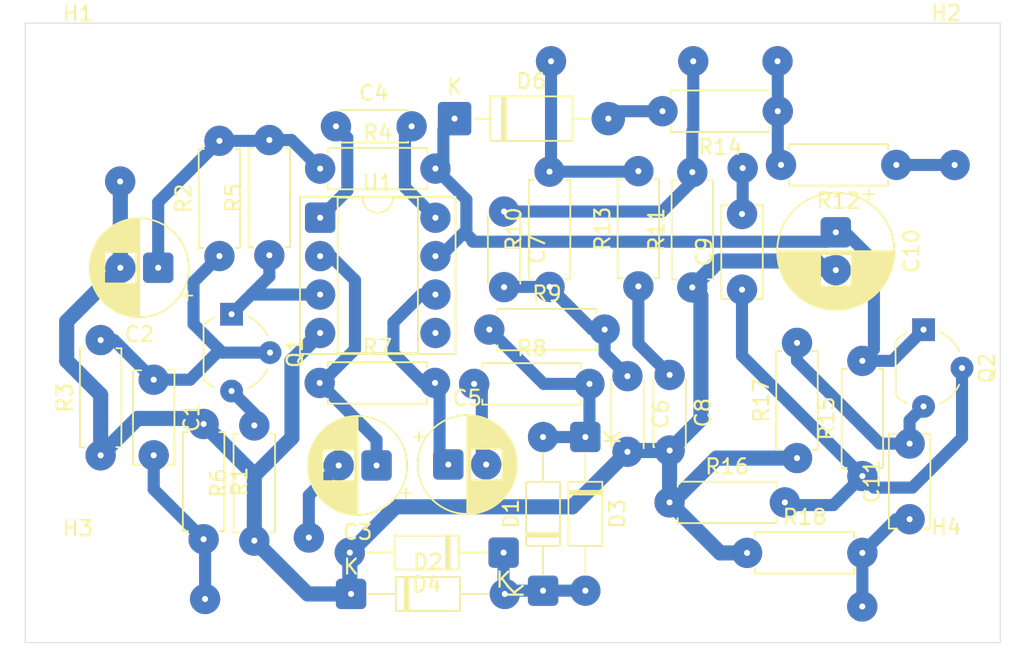
<source format=kicad_pcb>
(kicad_pcb (version 20241229) (generator "pcbnew") (generator_version "9.0")
  (layers (0 "F.Cu" signal) (2 "B.Cu" signal) (13 "F.Paste" user) (15 "B.Paste" user) (5 "F.SilkS" user "F.Silkscreen") (7 "B.SilkS" user "B.Silkscreen") (1 "F.Mask" user) (3 "B.Mask" user) (25 "Edge.Cuts" user))
  (net 0 "")
  (net 1 "Net-(SW1A-C)")
  (net 2 "Net-(Q1-B)")
  (net 3 "Net-(C2-Pad1)")
  (net 4 "GND")
  (net 5 "Net-(C3-Pad2)")
  (net 7 "Net-(U1--)")
  (net 8 "Net-(U1-COMP1)")
  (net 9 "Net-(U1-COMP2)")
  (net 10 "Net-(C5-Pad2)")
  (net 11 "Net-(C6-Pad1)")
  (net 12 "Net-(C7-Pad1)")
  (net 13 "Net-(C8-Pad1)")
  (net 14 "Net-(Q2-B)")
  (net 15 "Net-(C9-Pad2)")
  (net 16 "Net-(Q2-E)")
  (net 17 "Net-(SW1B-C)")
  (net 18 "Net-(D1-K)")
  (net 19 "Net-(D1-A)")
  (net 20 "Net-(D6-A)")
  (net 21 "Net-(Q1-C)")
  (net 22 "Net-(Q1-E)")
  (net 23 "+9V")
  (net 24 "Net-(SW1C-C)")
  (net 25 "Net-(R10-Pad2)")
  (net 26 "Net-(C5-Pad1)")
  (net 27 "Net-(D6-K)")
  (footprint "Capacitor_THT:CP_Radial_D7.5mm_P2.50mm" (layer "F.Cu") (at 93.746738 91.068361 -90)
    (property "Reference" "C10" (at 1.25 -5 90) (layer "F.SilkS"))
    (property "Value" "16v220u")
    (pad "1" thru_hole roundrect (at 0 0 270) (size 2 2) (drill 0.4) (layers "*.Cu" "*.Mask") (roundrect_rratio 0.15625) (net 27 "Net-(D6-K)"))
    (pad "2" thru_hole circle (at 2.5 0 270) (size 2 2) (drill 0.4) (layers "*.Cu" "*.Mask") (net 4 "GND"))
  )
  (footprint "Diode_THT:D_DO-35_SOD27_P10.16mm_Horizontal" (layer "F.Cu") (at 77.199125 104.605898 -90)
    (property "Reference" "D3" (at 5.08 -2.12 90) (layer "F.SilkS"))
    (property "Value" "1N4148WT")
    (fp_text user "K" (at 0 -1.8 90) (layer "F.SilkS"))
    (pad "1" thru_hole roundrect (at 0 0 270) (size 2 2) (drill 0.4) (layers "*.Cu" "*.Mask") (roundrect_rratio 0.15625) (net 19 "Net-(D1-A)"))
    (pad "2" thru_hole circle (at 10.16 0 270) (size 2 2) (drill 0.4) (layers "*.Cu" "*.Mask") (net 18 "Net-(D1-K)"))
  )
  (footprint "Resistor_THT:R_Axial_DIN0207_L6.3mm_D2.5mm_P7.62mm_Horizontal" (layer "F.Cu") (at 59.645114 101.027455)
    (property "Reference" "R7" (at 3.81 -2.37 0) (layer "F.SilkS"))
    (property "Value" "150k")
    (pad "1" thru_hole circle (at 0 0) (size 2 2) (drill 0.4) (layers "*.Cu" "*.Mask") (net 7 "Net-(U1--)"))
    (pad "2" thru_hole circle (at 7.62 0) (size 2 2) (drill 0.4) (layers "*.Cu" "*.Mask") (net 26 "Net-(C5-Pad1)"))
  )
  (footprint "Capacitor_THT:CP_Radial_D6.3mm_P2.50mm" (layer "F.Cu") (at 48.97112 93.412688 180)
    (property "Reference" "C2" (at 1.25 -4.4 0) (layer "F.SilkS"))
    (property "Value" "16v22u")
    (pad "1" thru_hole roundrect (at 0 0 180) (size 2 2) (drill 0.4) (layers "*.Cu" "*.Mask") (roundrect_rratio 0.15625) (net 3 "Net-(C2-Pad1)"))
    (pad "2" thru_hole circle (at 2.5 0 180) (size 2 2) (drill 0.4) (layers "*.Cu" "*.Mask") (net 4 "GND"))
  )
  (footprint "Capacitor_THT:C_Disc_D6.0mm_W2.5mm_P5.00mm" (layer "F.Cu") (at 98.625521 110.040352 90)
    (property "Reference" "C11" (at 2.5 -2.5 90) (layer "F.SilkS"))
    (property "Value" "0.1u")
    (pad "1" thru_hole circle (at 0 0 90) (size 2 2) (drill 0.4) (layers "*.Cu" "*.Mask") (net 17 "Net-(SW1B-C)"))
    (pad "2" thru_hole circle (at 5 0 90) (size 2 2) (drill 0.4) (layers "*.Cu" "*.Mask") (net 16 "Net-(Q2-E)"))
  )
  (footprint "Resistor_THT:R_Axial_DIN0207_L6.3mm_D2.5mm_P7.62mm_Horizontal" (layer "F.Cu") (at 95.504 107.188 90)
    (property "Reference" "R15" (at 3.81 -2.37 90) (layer "F.SilkS"))
    (property "Value" "820k")
    (pad "1" thru_hole circle (at 0 0 90) (size 2 2) (drill 0.4) (layers "*.Cu" "*.Mask") (net 14 "Net-(Q2-B)"))
    (pad "2" thru_hole circle (at 7.62 0 90) (size 2 2) (drill 0.4) (layers "*.Cu" "*.Mask") (net 27 "Net-(D6-K)"))
  )
  (footprint "Resistor_THT:R_Axial_DIN0207_L6.3mm_D2.5mm_P7.62mm_Horizontal" (layer "F.Cu") (at 53.020406 92.638126 90)
    (property "Reference" "R2" (at 3.81 -2.37 90) (layer "F.SilkS"))
    (property "Value" "2.2M")
    (pad "1" thru_hole circle (at 0 0 90) (size 2 2) (drill 0.4) (layers "*.Cu" "*.Mask") (net 2 "Net-(Q1-B)"))
    (pad "2" thru_hole circle (at 7.62 0 90) (size 2 2) (drill 0.4) (layers "*.Cu" "*.Mask") (net 3 "Net-(C2-Pad1)"))
  )
  (footprint "MountingHole:MountingHole_3.2mm_M3" (layer "F.Cu") (at 101.045498 80.703254)
    (property "Reference" "H2" (at 0 -4.15 0) (layer "F.SilkS"))
    (property "Value" "MountingHole")
    (pad "" np_thru_hole circle (at 0 0) (size 3.2 3.2) (drill 3.2) (layers "*.Cu" "*.Mask"))
  )
  (footprint "Capacitor_THT:CP_Radial_D6.3mm_P2.50mm" (layer "F.Cu") (at 63.400137 106.486263 180)
    (property "Reference" "C3" (at 1.25 -4.4 0) (layer "F.SilkS"))
    (property "Value" "16v2.2u")
    (pad "1" thru_hole roundrect (at 0 0 180) (size 2 2) (drill 0.4) (layers "*.Cu" "*.Mask") (roundrect_rratio 0.15625) (net 7 "Net-(U1--)"))
    (pad "2" thru_hole circle (at 2.5 0 180) (size 2 2) (drill 0.4) (layers "*.Cu" "*.Mask") (net 5 "Net-(C3-Pad2)"))
  )
  (footprint "MountingHole:MountingHole_3.2mm_M3" (layer "F.Cu") (at 101.045498 114.704859)
    (property "Reference" "H4" (at 0 -4.15 0) (layer "F.SilkS"))
    (property "Value" "MountingHole")
    (pad "" np_thru_hole circle (at 0 0) (size 3.2 3.2) (drill 3.2) (layers "*.Cu" "*.Mask"))
  )
  (footprint "Resistor_THT:R_Axial_DIN0207_L6.3mm_D2.5mm_P7.62mm_Horizontal" (layer "F.Cu") (at 59.672357 86.855241)
    (property "Reference" "R4" (at 3.81 -2.37 0) (layer "F.SilkS"))
    (property "Value" "47k")
    (pad "1" thru_hole circle (at 0 0) (size 2 2) (drill 0.4) (layers "*.Cu" "*.Mask") (net 3 "Net-(C2-Pad1)"))
    (pad "2" thru_hole circle (at 7.62 0) (size 2 2) (drill 0.4) (layers "*.Cu" "*.Mask") (net 27 "Net-(D6-K)"))
  )
  (footprint "Package_DIP:DIP-8_W7.62mm_Socket" (layer "F.Cu") (at 59.672357 90.103607)
    (property "Reference" "U1" (at 3.81 -2.33 0) (layer "F.SilkS"))
    (property "Value" "LM308")
    (pad "1" thru_hole roundrect (at 0 0) (size 2 2) (drill 0.4) (layers "*.Cu" "*.Mask") (roundrect_rratio 0.15625) (net 8 "Net-(U1-COMP1)"))
    (pad "2" thru_hole circle (at 0 2.54) (size 2 2) (drill 0.4) (layers "*.Cu" "*.Mask") (net 7 "Net-(U1--)"))
    (pad "3" thru_hole circle (at 0 5.08) (size 2 2) (drill 0.4) (layers "*.Cu" "*.Mask") (net 21 "Net-(Q1-C)"))
    (pad "4" thru_hole circle (at 0 7.62) (size 2 2) (drill 0.4) (layers "*.Cu" "*.Mask") (net 4 "GND"))
    (pad "5" thru_hole circle (at 7.62 7.62) (size 2 2) (drill 0.4) (layers "*.Cu" "*.Mask"))
    (pad "6" thru_hole circle (at 7.62 5.08) (size 2 2) (drill 0.4) (layers "*.Cu" "*.Mask") (net 26 "Net-(C5-Pad1)"))
    (pad "7" thru_hole circle (at 7.62 2.54) (size 2 2) (drill 0.4) (layers "*.Cu" "*.Mask") (net 27 "Net-(D6-K)"))
    (pad "8" thru_hole circle (at 7.62 0) (size 2 2) (drill 0.4) (layers "*.Cu" "*.Mask") (net 9 "Net-(U1-COMP2)"))
  )
  (footprint "Resistor_THT:R_Axial_DIN0207_L6.3mm_D2.5mm_P7.62mm_Horizontal" (layer "F.Cu") (at 87.884 112.268)
    (property "Reference" "R18" (at 3.81 -2.37 0) (layer "F.SilkS"))
    (property "Value" "2.2M")
    (pad "1" thru_hole circle (at 0 0) (size 2 2) (drill 0.4) (layers "*.Cu" "*.Mask") (net 4 "GND"))
    (pad "2" thru_hole circle (at 7.62 0) (size 2 2) (drill 0.4) (layers "*.Cu" "*.Mask") (net 17 "Net-(SW1B-C)"))
  )
  (footprint "Package_TO_SOT_THT:TO-92_Wide" (layer "F.Cu") (at 99.548269 97.502127 -90)
    (property "Reference" "Q2" (at 2.55 -4.19 90) (layer "F.SilkS"))
    (property "Value" "2N2222")
    (pad "1" thru_hole rect (at 0 0 270) (size 1.5 1.5) (drill 0.4) (layers "*.Cu" "*.Mask") (net 27 "Net-(D6-K)"))
    (pad "2" thru_hole circle (at 2.54 -2.54 270) (size 1.5 1.5) (drill 0.4) (layers "*.Cu" "*.Mask") (net 14 "Net-(Q2-B)"))
    (pad "3" thru_hole circle (at 5.08 0 270) (size 1.5 1.5) (drill 0.4) (layers "*.Cu" "*.Mask") (net 16 "Net-(Q2-E)"))
  )
  (footprint "MountingHole:MountingHole_3.2mm_M3" (layer "F.Cu") (at 43.66779 114.801454)
    (property "Reference" "H3" (at 0 -4.15 0) (layer "F.SilkS"))
    (property "Value" "MountingHole")
    (pad "" np_thru_hole circle (at 0 0) (size 3.2 3.2) (drill 3.2) (layers "*.Cu" "*.Mask"))
  )
  (footprint "Capacitor_THT:C_Disc_D6.0mm_W2.5mm_P5.00mm" (layer "F.Cu") (at 87.550285 94.857024 90)
    (property "Reference" "C9" (at 2.5 -2.5 90) (layer "F.SilkS"))
    (property "Value" "0.1u")
    (pad "1" thru_hole circle (at 0 0 90) (size 2 2) (drill 0.4) (layers "*.Cu" "*.Mask") (net 14 "Net-(Q2-B)"))
    (pad "2" thru_hole circle (at 5 0 90) (size 2 2) (drill 0.4) (layers "*.Cu" "*.Mask") (net 15 "Net-(C9-Pad2)"))
  )
  (footprint "Resistor_THT:R_Axial_DIN0207_L6.3mm_D2.5mm_P7.62mm_Horizontal" (layer "F.Cu") (at 89.916 83.058 180)
    (property "Reference" "R14" (at 3.81 -2.37 0) (layer "F.SilkS"))
    (property "Value" "150")
    (pad "1" thru_hole circle (at 0 0 180) (size 2 2) (drill 0.4) (layers "*.Cu" "*.Mask") (net 23 "+9V"))
    (pad "2" thru_hole circle (at 7.62 0 180) (size 2 2) (drill 0.4) (layers "*.Cu" "*.Mask") (net 20 "Net-(D6-A)"))
  )
  (footprint "Capacitor_THT:C_Disc_D4.3mm_W1.9mm_P5.00mm" (layer "F.Cu") (at 79.981364 100.581898 -90)
    (property "Reference" "C6" (at 2.5 -2.2 90) (layer "F.SilkS"))
    (property "Value" "3300p")
    (pad "1" thru_hole circle (at 0 0 270) (size 2 2) (drill 0.4) (layers "*.Cu" "*.Mask") (net 11 "Net-(C6-Pad1)"))
    (pad "2" thru_hole circle (at 5 0 270) (size 2 2) (drill 0.4) (layers "*.Cu" "*.Mask") (net 4 "GND"))
  )
  (footprint "Resistor_THT:R_Axial_DIN0207_L6.3mm_D2.5mm_P7.62mm_Horizontal" (layer "F.Cu") (at 97.747493 86.609117 180)
    (property "Reference" "R12" (at 3.81 -2.37 0) (layer "F.SilkS"))
    (property "Value" "5.6k")
    (pad "1" thru_hole circle (at 0 0 180) (size 2 2) (drill 0.4) (layers "*.Cu" "*.Mask") (net 24 "Net-(SW1C-C)"))
    (pad "2" thru_hole circle (at 7.62 0 180) (size 2 2) (drill 0.4) (layers "*.Cu" "*.Mask") (net 23 "+9V"))
  )
  (footprint "Diode_THT:D_DO-35_SOD27_P10.16mm_Horizontal" (layer "F.Cu") (at 74.403733 114.765898 90)
    (property "Reference" "D1" (at 5.08 -2.12 90) (layer "F.SilkS"))
    (property "Value" "1N4148WT")
    (fp_text user "K" (at 0 -1.8 90) (layer "F.SilkS"))
    (pad "1" thru_hole roundrect (at 0 0 90) (size 2 2) (drill 0.4) (layers "*.Cu" "*.Mask") (roundrect_rratio 0.15625) (net 18 "Net-(D1-K)"))
    (pad "2" thru_hole circle (at 10.16 0 90) (size 2 2) (drill 0.4) (layers "*.Cu" "*.Mask") (net 19 "Net-(D1-A)"))
  )
  (footprint "Resistor_THT:R_Axial_DIN0207_L6.3mm_D2.5mm_P7.62mm_Horizontal" (layer "F.Cu") (at 69.85 101.092)
    (property "Reference" "R8" (at 3.81 -2.37 0) (layer "F.SilkS"))
    (property "Value" "10k")
    (pad "1" thru_hole circle (at 0 0) (size 2 2) (drill 0.4) (layers "*.Cu" "*.Mask") (net 10 "Net-(C5-Pad2)"))
    (pad "2" thru_hole circle (at 7.62 0) (size 2 2) (drill 0.4) (layers "*.Cu" "*.Mask") (net 19 "Net-(D1-A)"))
  )
  (footprint "Capacitor_THT:C_Disc_D6.0mm_W2.5mm_P5.00mm" (layer "F.Cu") (at 48.676587 100.8145 -90)
    (property "Reference" "C1" (at 2.5 -2.5 90) (layer "F.SilkS"))
    (property "Value" "0.1u")
    (pad "1" thru_hole circle (at 0 0 270) (size 2 2) (drill 0.4) (layers "*.Cu" "*.Mask") (net 2 "Net-(Q1-B)"))
    (pad "2" thru_hole circle (at 5 0 270) (size 2 2) (drill 0.4) (layers "*.Cu" "*.Mask") (net 1 "Net-(SW1A-C)"))
  )
  (footprint "Capacitor_THT:C_Disc_D4.3mm_W1.9mm_P5.00mm" (layer "F.Cu") (at 71.827201 89.694103 -90)
    (property "Reference" "C7" (at 2.5 -2.2 90) (layer "F.SilkS"))
    (property "Value" "2200p")
    (pad "1" thru_hole circle (at 0 0 270) (size 2 2) (drill 0.4) (layers "*.Cu" "*.Mask") (net 12 "Net-(C7-Pad1)"))
    (pad "2" thru_hole circle (at 5 0 270) (size 2 2) (drill 0.4) (layers "*.Cu" "*.Mask") (net 11 "Net-(C6-Pad1)"))
  )
  (footprint "Diode_THT:D_DO-35_SOD27_P10.16mm_Horizontal" (layer "F.Cu") (at 71.794701 112.248341 180)
    (property "Reference" "D4" (at 5.08 -2.12 0) (layer "F.SilkS"))
    (property "Value" "1N4148WT")
    (fp_text user "K" (at 0 -1.8 0) (layer "F.SilkS"))
    (pad "1" thru_hole roundrect (at 0 0 180) (size 2 2) (drill 0.4) (layers "*.Cu" "*.Mask") (roundrect_rratio 0.15625) (net 18 "Net-(D1-K)"))
    (pad "2" thru_hole circle (at 10.16 0 180) (size 2 2) (drill 0.4) (layers "*.Cu" "*.Mask") (net 4 "GND"))
  )
  (footprint "Resistor_THT:R_Axial_DIN0207_L6.3mm_D2.5mm_P7.62mm_Horizontal" (layer "F.Cu") (at 70.852077 97.499419)
    (property "Reference" "R9" (at 3.81 -2.37 0) (layer "F.SilkS"))
    (property "Value" "1.5k")
    (pad "1" thru_hole circle (at 0 0) (size 2 2) (drill 0.4) (layers "*.Cu" "*.Mask") (net 19 "Net-(D1-A)"))
    (pad "2" thru_hole circle (at 7.62 0) (size 2 2) (drill 0.4) (layers "*.Cu" "*.Mask") (net 11 "Net-(C6-Pad1)"))
  )
  (footprint "Resistor_THT:R_Axial_DIN0207_L6.3mm_D2.5mm_P7.62mm_Horizontal" (layer "F.Cu") (at 56.317521 92.585791 90)
    (property "Reference" "R5" (at 3.81 -2.37 90) (layer "F.SilkS"))
    (property "Value" "47k")
    (pad "1" thru_hole circle (at 0 0 90) (size 2 2) (drill 0.4) (layers "*.Cu" "*.Mask") (net 21 "Net-(Q1-C)"))
    (pad "2" thru_hole circle (at 7.62 0 90) (size 2 2) (drill 0.4) (layers "*.Cu" "*.Mask") (net 3 "Net-(C2-Pad1)"))
  )
  (footprint "Diode_THT:D_DO-35_SOD27_P10.16mm_Horizontal" (layer "F.Cu") (at 61.716417 114.98245)
    (property "Reference" "D2" (at 5.08 -2.12 0) (layer "F.SilkS"))
    (property "Value" "1N4148WT")
    (fp_text user "K" (at 0 -1.8 0) (layer "F.SilkS"))
    (pad "1" thru_hole roundrect (at 0 0) (size 2 2) (drill 0.4) (layers "*.Cu" "*.Mask") (roundrect_rratio 0.15625) (net 4 "GND"))
    (pad "2" thru_hole circle (at 10.16 0) (size 2 2) (drill 0.4) (layers "*.Cu" "*.Mask") (net 18 "Net-(D1-K)"))
  )
  (footprint "Resistor_THT:R_Axial_DIN0207_L6.3mm_D2.5mm_P7.62mm_Horizontal" (layer "F.Cu") (at 74.832247 94.676291 90)
    (property "Reference" "R10" (at 3.81 -2.37 90) (layer "F.SilkS"))
    (property "Value" "39k")
    (pad "1" thru_hole circle (at 0 0 90) (size 2 2) (drill 0.4) (layers "*.Cu" "*.Mask") (net 11 "Net-(C6-Pad1)"))
    (pad "2" thru_hole circle (at 7.62 0 90) (size 2 2) (drill 0.4) (layers "*.Cu" "*.Mask") (net 25 "Net-(R10-Pad2)"))
  )
  (footprint "Resistor_THT:R_Axial_DIN0207_L6.3mm_D2.5mm_P7.62mm_Horizontal" (layer "F.Cu") (at 51.973703 103.743648 -90)
    (property "Reference" "R1" (at 3.81 -2.37 90) (layer "F.SilkS"))
    (property "Value" "2.2M")
    (pad "1" thru_hole circle (at 0 0 270) (size 2 2) (drill 0.4) (layers "*.Cu" "*.Mask") (net 4 "GND"))
    (pad "2" thru_hole circle (at 7.62 0 270) (size 2 2) (drill 0.4) (layers "*.Cu" "*.Mask") (net 1 "Net-(SW1A-C)"))
  )
  (footprint "Capacitor_THT:C_Disc_D4.3mm_W1.9mm_P5.00mm" (layer "F.Cu") (at 82.768715 100.497024 -90)
    (property "Reference" "C8" (at 2.5 -2.2 90) (layer "F.SilkS"))
    (property "Value" "470p")
    (pad "1" thru_hole circle (at 0 0 270) (size 2 2) (drill 0.4) (layers "*.Cu" "*.Mask") (net 13 "Net-(C8-Pad1)"))
    (pad "2" thru_hole circle (at 5 0 270) (size 2 2) (drill 0.4) (layers "*.Cu" "*.Mask") (net 4 "GND"))
  )
  (footprint "Package_TO_SOT_THT:TO-92_Wide" (layer "F.Cu") (at 53.820461 96.483016 -90)
    (property "Reference" "Q1" (at 2.55 -4.19 90) (layer "F.SilkS"))
    (property "Value" "2N2222")
    (pad "1" thru_hole rect (at 0 0 270) (size 1.5 1.5) (drill 0.4) (layers "*.Cu" "*.Mask") (net 21 "Net-(Q1-C)"))
    (pad "2" thru_hole circle (at 2.54 -2.54 270) (size 1.5 1.5) (drill 0.4) (layers "*.Cu" "*.Mask") (net 2 "Net-(Q1-B)"))
    (pad "3" thru_hole circle (at 5.08 0 270) (size 1.5 1.5) (drill 0.4) (layers "*.Cu" "*.Mask") (net 22 "Net-(Q1-E)"))
  )
  (footprint "Resistor_THT:R_Axial_DIN0207_L6.3mm_D2.5mm_P7.62mm_Horizontal" (layer "F.Cu") (at 55.323153 111.457851 90)
    (property "Reference" "R6" (at 3.81 -2.37 90) (layer "F.SilkS"))
    (property "Value" "22k")
    (pad "1" thru_hole circle (at 0 0 90) (size 2 2) (drill 0.4) (layers "*.Cu" "*.Mask") (net 4 "GND"))
    (pad "2" thru_hole circle (at 7.62 0 90) (size 2 2) (drill 0.4) (layers "*.Cu" "*.Mask") (net 22 "Net-(Q1-E)"))
  )
  (footprint "Resistor_THT:R_Axial_DIN0207_L6.3mm_D2.5mm_P7.62mm_Horizontal" (layer "F.Cu") (at 82.762829 108.928318)
    (property "Reference" "R16" (at 3.81 -2.37 0) (layer "F.SilkS"))
    (property "Value" "1M")
    (pad "1" thru_hole circle (at 0 0) (size 2 2) (drill 0.4) (layers "*.Cu" "*.Mask") (net 4 "GND"))
    (pad "2" thru_hole circle (at 7.62 0) (size 2 2) (drill 0.4) (layers "*.Cu" "*.Mask") (net 14 "Net-(Q2-B)"))
  )
  (footprint "Capacitor_THT:C_Disc_D4.3mm_W1.9mm_P5.00mm" (layer "F.Cu") (at 60.718671 84.059849)
    (property "Reference" "C4" (at 2.5 -2.2 0) (layer "F.SilkS"))
    (property "Value" "22p")
    (pad "1" thru_hole circle (at 0 0) (size 2 2) (drill 0.4) (layers "*.Cu" "*.Mask") (net 8 "Net-(U1-COMP1)"))
    (pad "2" thru_hole circle (at 5 0) (size 2 2) (drill 0.4) (layers "*.Cu" "*.Mask") (net 9 "Net-(U1-COMP2)"))
  )
  (footprint "Resistor_THT:R_Axial_DIN0207_L6.3mm_D2.5mm_P7.62mm_Horizontal" (layer "F.Cu") (at 84.266696 94.709956 90)
    (property "Reference" "R11" (at 3.81 -2.37 90) (layer "F.SilkS"))
    (property "Value" "39k")
    (pad "1" thru_hole circle (at 0 0 90) (size 2 2) (drill 0.4) (layers "*.Cu" "*.Mask") (net 4 "GND"))
    (pad "2" thru_hole circle (at 7.62 0 90) (size 2 2) (drill 0.4) (layers "*.Cu" "*.Mask") (net 12 "Net-(C7-Pad1)"))
  )
  (footprint "Resistor_THT:R_Axial_DIN0207_L6.3mm_D2.5mm_P7.62mm_Horizontal" (layer "F.Cu") (at 91.185292 105.99763 90)
    (property "Reference" "R17" (at 3.81 -2.37 90) (layer "F.SilkS"))
    (property "Value" "10k")
    (pad "1" thru_hole circle (at 0 0 90) (size 2 2) (drill 0.4) (layers "*.Cu" "*.Mask") (net 4 "GND"))
    (pad "2" thru_hole circle (at 7.62 0 90) (size 2 2) (drill 0.4) (layers "*.Cu" "*.Mask") (net 16 "Net-(Q2-E)"))
  )
  (footprint "MountingHole:MountingHole_3.2mm_M3" (layer "F.Cu") (at 43.66779 80.751551)
    (property "Reference" "H1" (at 0 -4.15 0) (layer "F.SilkS"))
    (property "Value" "MountingHole")
    (pad "" np_thru_hole circle (at 0 0) (size 3.2 3.2) (drill 3.2) (layers "*.Cu" "*.Mask"))
  )
  (footprint "Resistor_THT:R_Axial_DIN0207_L6.3mm_D2.5mm_P7.62mm_Horizontal" (layer "F.Cu") (at 45.170131 105.81612 90)
    (property "Reference" "R3" (at 3.81 -2.37 90) (layer "F.SilkS"))
    (property "Value" "680k")
    (pad "1" thru_hole circle (at 0 0 90) (size 2 2) (drill 0.4) (layers "*.Cu" "*.Mask") (net 4 "GND"))
    (pad "2" thru_hole circle (at 7.62 0 90) (size 2 2) (drill 0.4) (layers "*.Cu" "*.Mask") (net 2 "Net-(Q1-B)"))
  )
  (footprint "Capacitor_THT:CP_Radial_D6.3mm_P2.50mm" (layer "F.Cu") (at 68.143058 106.424607)
    (property "Reference" "C5" (at 1.25 -4.4 0) (layer "F.SilkS"))
    (property "Value" "16v2.2u")
    (pad "1" thru_hole roundrect (at 0 0) (size 2 2) (drill 0.4) (layers "*.Cu" "*.Mask") (roundrect_rratio 0.15625) (net 26 "Net-(C5-Pad1)"))
    (pad "2" thru_hole circle (at 2.5 0) (size 2 2) (drill 0.4) (layers "*.Cu" "*.Mask") (net 10 "Net-(C5-Pad2)"))
  )
  (footprint "Resistor_THT:R_Axial_DIN0207_L6.3mm_D2.5mm_P7.62mm_Horizontal" (layer "F.Cu") (at 80.702571 94.642627 90)
    (property "Reference" "R13" (at 3.81 -2.37 90) (layer "F.SilkS"))
    (property "Value" "12k")
    (pad "1" thru_hole circle (at 0 0 90) (size 2 2) (drill 0.4) (layers "*.Cu" "*.Mask") (net 13 "Net-(C8-Pad1)"))
    (pad "2" thru_hole circle (at 7.62 0 90) (size 2 2) (drill 0.4) (layers "*.Cu" "*.Mask") (net 25 "Net-(R10-Pad2)"))
  )
  (footprint "Diode_THT:D_DO-41_SOD81_P10.16mm_Horizontal" (layer "F.Cu") (at 68.554879 83.550648)
    (property "Reference" "D6" (at 5.08 -2.47 0) (layer "F.SilkS"))
    (property "Value" "1N4001")
    (fp_text user "K" (at 0 -2.1 0) (layer "F.SilkS"))
    (pad "1" thru_hole roundrect (at 0 0) (size 2.2 2.2) (drill 0.4) (layers "*.Cu" "*.Mask") (roundrect_rratio 0.113636) (net 27 "Net-(D6-K)"))
    (pad "2" thru_hole circle (at 10.16 0) (size 2.2 2.2) (drill 0.4) (layers "*.Cu" "*.Mask") (net 20 "Net-(D6-A)"))
  )
  (gr_rect (start 40.187447 77.232568) (end 104.615446 118.200568) (stroke (width 0.05)) (fill no) (layer "Edge.Cuts"))
  (via (at 52.07 115.316) (size 2) (drill 0.4) (layers "F.Cu" "B.Cu") (net 1))
  (segment (start 52.07 111.459945) (end 51.973703 111.363648) (width 0.8) (layer "B.Cu") (net 1))
  (segment (start 48.676587 108.066532) (end 51.973703 111.363648) (width 0.8) (layer "B.Cu") (net 1))
  (segment (start 52.07 114.808) (end 52.07 111.459945) (width 0.8) (layer "B.Cu") (net 1))
  (segment (start 48.676587 105.8145) (end 48.676587 108.066532) (width 0.8) (layer "B.Cu") (net 1))
  (segment (start 53.035286 98.856714) (end 53.201587 99.023016) (width 0.8) (layer "B.Cu") (net 2))
  (segment (start 51.308 94.350532) (end 51.308 97.129429) (width 0.8) (layer "B.Cu") (net 2))
  (segment (start 53.020406 92.638126) (end 51.308 94.350532) (width 0.8) (layer "B.Cu") (net 2))
  (segment (start 48.676587 100.8145) (end 51.0775 100.8145) (width 0.8) (layer "B.Cu") (net 2))
  (segment (start 53.201587 99.023016) (end 56.360461 99.023016) (width 0.8) (layer "B.Cu") (net 2))
  (segment (start 46.058207 98.19612) (end 48.676587 100.8145) (width 0.8) (layer "B.Cu") (net 2))
  (segment (start 45.170131 98.19612) (end 46.058207 98.19612) (width 0.8) (layer "B.Cu") (net 2))
  (segment (start 51.0775 100.8145) (end 53.035286 98.856714) (width 0.8) (layer "B.Cu") (net 2))
  (segment (start 51.308 97.129429) (end 53.035286 98.856714) (width 0.8) (layer "B.Cu") (net 2))
  (segment (start 56.265186 85.018126) (end 56.317521 84.965791) (width 0.8) (layer "B.Cu") (net 3))
  (segment (start 57.782907 84.965791) (end 59.672357 86.855241) (width 0.8) (layer "B.Cu") (net 3))
  (segment (start 56.317521 84.965791) (end 57.782907 84.965791) (width 0.8) (layer "B.Cu") (net 3))
  (segment (start 53.020406 85.018126) (end 56.265186 85.018126) (width 0.8) (layer "B.Cu") (net 3))
  (segment (start 59.656504 86.871094) (end 59.672357 86.855241) (width 0.8) (layer "B.Cu") (net 3))
  (segment (start 48.97112 93.412688) (end 48.97112 89.067412) (width 0.8) (layer "B.Cu") (net 3))
  (segment (start 48.97112 89.067412) (end 53.020406 85.018126) (width 0.8) (layer "B.Cu") (net 3))
  (via (at 46.459032 87.708155) (size 2) (drill 0.4) (layers "F.Cu" "B.Cu") (net 4))
  (segment (start 91.185292 105.99763) (end 85.871491 105.99763) (width 1) (layer "B.Cu") (net 4))
  (segment (start 51.973703 103.743648) (end 51.608055 103.378) (width 1) (layer "B.Cu") (net 4))
  (segment (start 46.47112 87.720243) (end 46.459032 87.708155) (width 1) (layer "B.Cu") (net 4))
  (segment (start 82.762895 105.502844) (end 82.768715 105.497024) (width 1) (layer "B.Cu") (net 4))
  (segment (start 46.47112 93.412688) (end 46.47112 87.720243) (width 1) (layer "B.Cu") (net 4))
  (segment (start 82.762895 109.106226) (end 82.944226 109.106226) (width 1) (layer "B.Cu") (net 4))
  (segment (start 51.608055 103.378) (end 47.608251 103.378) (width 1) (layer "B.Cu") (net 4))
  (segment (start 86.106 112.268) (end 87.884 112.268) (width 1) (layer "B.Cu") (net 4))
  (segment (start 84.836 103.429739) (end 82.768715 105.497024) (width 1) (layer "B.Cu") (net 4))
  (segment (start 55.366363 107.093098) (end 57.811461 104.648) (width 1) (layer "B.Cu") (net 4))
  (segment (start 82.944226 109.106226) (end 86.106 112.268) (width 1) (layer "B.Cu") (net 4))
  (segment (start 64.663042 109.22) (end 61.634701 112.248341) (width 1) (layer "B.Cu") (net 4))
  (segment (start 84.266696 94.709956) (end 84.836 95.27926) (width 1) (layer "B.Cu") (net 4))
  (segment (start 86.012652 92.964) (end 84.266696 94.709956) (width 1) (layer "B.Cu") (net 4))
  (segment (start 93.060361 93.568361) (end 92.456 92.964) (width 1) (layer "B.Cu") (net 4))
  (segment (start 45.170131 105.81612) (end 45.170131 101.812131) (width 1) (layer "B.Cu") (net 4))
  (segment (start 93.746738 93.568361) (end 93.334401 93.156024) (width 1) (layer "B.Cu") (net 4))
  (segment (start 61.634701 114.900734) (end 61.716417 114.98245) (width 1) (layer "B.Cu") (net 4))
  (segment (start 61.634701 114.717605) (end 61.68129 114.764194) (width 1) (layer "B.Cu") (net 4))
  (segment (start 58.847752 114.98245) (end 55.323153 111.457851) (width 1) (layer "B.Cu") (net 4))
  (segment (start 61.634701 112.248341) (end 61.634701 114.900734) (width 1) (layer "B.Cu") (net 4))
  (segment (start 85.871491 105.99763) (end 82.762895 109.106226) (width 1) (layer "B.Cu") (net 4))
  (segment (start 79.981364 105.581898) (end 76.343262 109.22) (width 1) (layer "B.Cu") (net 4))
  (segment (start 82.768715 105.497024) (end 80.066238 105.497024) (width 1) (layer "B.Cu") (net 4))
  (segment (start 93.746738 93.568361) (end 93.060361 93.568361) (width 1) (layer "B.Cu") (net 4))
  (segment (start 76.343262 109.22) (end 64.663042 109.22) (width 1) (layer "B.Cu") (net 4))
  (segment (start 61.716417 114.98245) (end 58.847752 114.98245) (width 1) (layer "B.Cu") (net 4))
  (segment (start 82.768715 108.401557) (end 82.762895 108.407377) (width 1) (layer "B.Cu") (net 4))
  (segment (start 92.456 92.964) (end 86.012652 92.964) (width 1) (layer "B.Cu") (net 4))
  (segment (start 80.066238 105.497024) (end 79.981364 105.581898) (width 1) (layer "B.Cu") (net 4))
  (segment (start 57.811461 104.648) (end 57.811461 99.584503) (width 1) (layer "B.Cu") (net 4))
  (segment (start 57.811461 99.584503) (end 59.672357 97.723607) (width 1) (layer "B.Cu") (net 4))
  (segment (start 45.170131 101.812131) (end 42.926 99.568) (width 1) (layer "B.Cu") (net 4))
  (segment (start 55.323153 107.093098) (end 51.973703 103.743648) (width 1) (layer "B.Cu") (net 4))
  (segment (start 55.323153 111.457851) (end 55.323153 107.093098) (width 1) (layer "B.Cu") (net 4))
  (segment (start 82.762895 109.106226) (end 82.762895 105.502844) (width 1) (layer "B.Cu") (net 4))
  (segment (start 55.323153 107.093098) (end 55.366363 107.093098) (width 1) (layer "B.Cu") (net 4))
  (segment (start 47.608251 103.378) (end 45.170131 105.81612) (width 1) (layer "B.Cu") (net 4))
  (segment (start 84.836 95.27926) (end 84.836 103.429739) (width 1) (layer "B.Cu") (net 4))
  (segment (start 42.926 96.957808) (end 46.47112 93.412688) (width 1) (layer "B.Cu") (net 4))
  (segment (start 42.926 99.568) (end 42.926 96.957808) (width 1) (layer "B.Cu") (net 4))
  (via (at 58.928 111.252) (size 2) (drill 0.4) (layers "F.Cu" "B.Cu") (net 5))
  (segment (start 58.928 108.4584) (end 60.900137 106.486263) (width 0.8) (layer "B.Cu") (net 5))
  (segment (start 58.928 111.252) (end 58.928 108.4584) (width 0.8) (layer "B.Cu") (net 5))
  (segment (start 61.976 94.234) (end 60.385607 92.643607) (width 0.8) (layer "B.Cu") (net 7))
  (segment (start 59.645114 101.027455) (end 59.754545 101.027455) (width 0.8) (layer "B.Cu") (net 7))
  (segment (start 60.385607 92.643607) (end 59.672357 92.643607) (width 0.8) (layer "B.Cu") (net 7))
  (segment (start 63.400137 104.782478) (end 59.645114 101.027455) (width 0.8) (layer "B.Cu") (net 7))
  (segment (start 59.754545 101.027455) (end 61.976 98.806) (width 0.8) (layer "B.Cu") (net 7))
  (segment (start 63.400137 106.486263) (end 63.400137 104.782478) (width 0.8) (layer "B.Cu") (net 7))
  (segment (start 61.976 98.806) (end 61.976 94.234) (width 0.8) (layer "B.Cu") (net 7))
  (segment (start 60.718671 84.059849) (end 61.468 84.809178) (width 0.8) (layer "B.Cu") (net 8))
  (segment (start 61.468 84.809178) (end 61.468 88.307964) (width 0.8) (layer "B.Cu") (net 8))
  (segment (start 61.468 88.307964) (end 59.672357 90.103607) (width 0.8) (layer "B.Cu") (net 8))
  (segment (start 65.718671 84.059849) (end 65.278 84.50052) (width 0.8) (layer "B.Cu") (net 9))
  (segment (start 65.278 84.50052) (end 65.278 88.08925) (width 0.8) (layer "B.Cu") (net 9))
  (segment (start 65.278 88.08925) (end 67.292357 90.103607) (width 0.8) (layer "B.Cu") (net 9))
  (segment (start 70.358 101.6) (end 69.85 101.092) (width 0.8) (layer "B.Cu") (net 10))
  (segment (start 70.643058 106.424607) (end 70.358 106.139549) (width 0.8) (layer "B.Cu") (net 10))
  (segment (start 70.358 106.139549) (end 70.358 101.6) (width 0.8) (layer "B.Cu") (net 10))
  (segment (start 71.845013 94.676291) (end 71.827201 94.694103) (width 0.8) (layer "B.Cu") (net 11))
  (segment (start 74.832247 94.676291) (end 71.845013 94.676291) (width 0.8) (layer "B.Cu") (net 11))
  (segment (start 78.472077 97.499419) (end 78.472077 99.072611) (width 0.8) (layer "B.Cu") (net 11))
  (segment (start 78.472077 97.499419) (end 77.655375 97.499419) (width 0.8) (layer "B.Cu") (net 11))
  (segment (start 77.655375 97.499419) (end 74.832247 94.676291) (width 0.8) (layer "B.Cu") (net 11))
  (segment (start 78.472077 99.072611) (end 79.981364 100.581898) (width 0.8) (layer "B.Cu") (net 11))
  (via (at 84.328 79.756) (size 2) (drill 0.4) (layers "F.Cu" "B.Cu") (net 12))
  (segment (start 84.266696 87.691304) (end 82.263897 89.694103) (width 0.8) (layer "B.Cu") (net 12))
  (segment (start 84.328 79.756) (end 84.328 84.328) (width 0.8) (layer "B.Cu") (net 12))
  (segment (start 84.328 84.328) (end 84.266696 84.389304) (width 0.8) (layer "B.Cu") (net 12))
  (segment (start 84.266696 84.389304) (end 84.266696 87.089956) (width 0.8) (layer "B.Cu") (net 12))
  (segment (start 84.266696 87.089956) (end 84.266696 87.691304) (width 0.8) (layer "B.Cu") (net 12))
  (segment (start 82.263897 89.694103) (end 71.827201 89.694103) (width 0.8) (layer "B.Cu") (net 12))
  (segment (start 80.702571 98.43088) (end 82.768715 100.497024) (width 0.8) (layer "B.Cu") (net 13))
  (segment (start 80.702571 94.642627) (end 80.702571 98.43088) (width 0.8) (layer "B.Cu") (net 13))
  (segment (start 95.504 107.188) (end 96.266 107.95) (width 0.8) (layer "B.Cu") (net 14))
  (segment (start 102.088269 104.667731) (end 98.806 107.95) (width 0.8) (layer "B.Cu") (net 14))
  (segment (start 87.550285 94.857024) (end 87.550285 99.234285) (width 0.8) (layer "B.Cu") (net 14))
  (segment (start 87.550285 99.234285) (end 95.504 107.188) (width 0.8) (layer "B.Cu") (net 14))
  (segment (start 93.585774 109.106226) (end 90.382895 109.106226) (width 0.8) (layer "B.Cu") (net 14))
  (segment (start 102.088269 100.042127) (end 102.088269 104.667731) (width 0.8) (layer "B.Cu") (net 14))
  (segment (start 96.266 107.95) (end 98.806 107.95) (width 0.8) (layer "B.Cu") (net 14))
  (segment (start 95.504 107.188) (end 93.585774 109.106226) (width 0.8) (layer "B.Cu") (net 14))
  (via (at 87.594471 86.818457) (size 2) (drill 0.4) (layers "F.Cu" "B.Cu") (net 15))
  (segment (start 87.594471 86.818457) (end 87.594471 89.812838) (width 0.8) (layer "B.Cu") (net 15))
  (segment (start 87.594471 89.812838) (end 87.550285 89.857024) (width 0.8) (layer "B.Cu") (net 15))
  (segment (start 98.625521 105.040352) (end 96.658352 105.040352) (width 0.8) (layer "B.Cu") (net 16))
  (segment (start 98.625521 103.504875) (end 99.548269 102.582127) (width 0.8) (layer "B.Cu") (net 16))
  (segment (start 96.658352 105.040352) (end 91.185292 99.567292) (width 0.8) (layer "B.Cu") (net 16))
  (segment (start 91.185292 99.567292) (end 91.185292 98.37763) (width 0.8) (layer "B.Cu") (net 16))
  (segment (start 98.625521 105.040352) (end 98.625521 103.504875) (width 0.8) (layer "B.Cu") (net 16))
  (via (at 95.497081 115.812139) (size 2) (drill 0.4) (layers "F.Cu" "B.Cu") (net 17))
  (segment (start 97.731648 110.040352) (end 95.504 112.268) (width 0.8) (layer "B.Cu") (net 17))
  (segment (start 95.504 116.078) (end 95.504 112.268) (width 0.8) (layer "B.Cu") (net 17))
  (segment (start 98.625521 110.040352) (end 97.731648 110.040352) (width 0.8) (layer "B.Cu") (net 17))
  (segment (start 71.794701 112.248341) (end 71.794701 114.900734) (width 0.8) (layer "B.Cu") (net 18))
  (segment (start 71.84129 112.29493) (end 71.794701 112.248341) (width 0.8) (layer "B.Cu") (net 18))
  (segment (start 71.842994 114.765898) (end 71.84129 114.764194) (width 0.8) (layer "B.Cu") (net 18))
  (segment (start 74.403733 114.765898) (end 71.842994 114.765898) (width 0.8) (layer "B.Cu") (net 18))
  (segment (start 71.794701 114.900734) (end 71.876417 114.98245) (width 0.8) (layer "B.Cu") (net 18))
  (segment (start 77.199125 114.765898) (end 74.403733 114.765898) (width 0.8) (layer "B.Cu") (net 18))
  (segment (start 77.47 101.092) (end 74.444658 101.092) (width 0.8) (layer "B.Cu") (net 19))
  (segment (start 77.47 101.092) (end 77.47 104.335023) (width 0.8) (layer "B.Cu") (net 19))
  (segment (start 77.47 104.335023) (end 77.199125 104.605898) (width 0.8) (layer "B.Cu") (net 19))
  (segment (start 77.199125 104.605898) (end 74.403733 104.605898) (width 0.8) (layer "B.Cu") (net 19))
  (segment (start 74.444658 101.092) (end 70.852077 97.499419) (width 0.8) (layer "B.Cu") (net 19))
  (segment (start 79.207527 83.058) (end 78.714879 83.550648) (width 0.8) (layer "B.Cu") (net 20))
  (segment (start 82.296 83.058) (end 79.207527 83.058) (width 0.8) (layer "B.Cu") (net 20))
  (segment (start 56.317521 93.985956) (end 55.11987 95.183607) (width 0.8) (layer "B.Cu") (net 21))
  (segment (start 55.11987 95.183607) (end 53.820461 96.483016) (width 0.8) (layer "B.Cu") (net 21))
  (segment (start 56.317521 92.585791) (end 56.317521 93.985956) (width 0.8) (layer "B.Cu") (net 21))
  (segment (start 59.672357 95.183607) (end 55.11987 95.183607) (width 0.8) (layer "B.Cu") (net 21))
  (segment (start 55.323153 103.065708) (end 53.820461 101.563016) (width 0.8) (layer "B.Cu") (net 22))
  (segment (start 55.323153 103.837851) (end 55.323153 103.065708) (width 0.8) (layer "B.Cu") (net 22))
  (via (at 89.897219 79.75321) (size 2) (drill 0.4) (layers "F.Cu" "B.Cu") (net 23))
  (segment (start 89.916 80.01) (end 89.916 83.058) (width 0.8) (layer "B.Cu") (net 23))
  (segment (start 89.916 86.397624) (end 90.127493 86.609117) (width 0.8) (layer "B.Cu") (net 23))
  (segment (start 89.916 83.058) (end 89.916 86.397624) (width 0.8) (layer "B.Cu") (net 23))
  (segment (start 89.916 86.36) (end 90.17 86.614) (width 0.8) (layer "B.Cu") (net 23))
  (via (at 101.6 86.614) (size 2) (drill 0.4) (layers "F.Cu" "B.Cu") (net 24))
  (segment (start 101.6 86.614) (end 97.79 86.614) (width 0.8) (layer "B.Cu") (net 24))
  (via (at 74.93 79.756) (size 2) (drill 0.4) (layers "F.Cu" "B.Cu") (net 25))
  (segment (start 74.93 79.756) (end 74.93 86.958538) (width 0.8) (layer "B.Cu") (net 25))
  (segment (start 74.832247 87.056291) (end 80.668907 87.056291) (width 0.8) (layer "B.Cu") (net 25))
  (segment (start 80.668907 87.056291) (end 80.702571 87.022627) (width 0.8) (layer "B.Cu") (net 25))
  (segment (start 74.93 86.958538) (end 74.832247 87.056291) (width 0.8) (layer "B.Cu") (net 25))
  (segment (start 67.564 101.326341) (end 67.564 105.845549) (width 0.8) (layer "B.Cu") (net 26))
  (segment (start 64.516 99.06) (end 66.483455 101.027455) (width 0.8) (layer "B.Cu") (net 26))
  (segment (start 67.292357 95.183607) (end 66.360393 95.183607) (width 0.8) (layer "B.Cu") (net 26))
  (segment (start 67.564 105.845549) (end 68.143058 106.424607) (width 0.8) (layer "B.Cu") (net 26))
  (segment (start 64.516 97.028) (end 64.516 99.06) (width 0.8) (layer "B.Cu") (net 26))
  (segment (start 66.360393 95.183607) (end 64.516 97.028) (width 0.8) (layer "B.Cu") (net 26))
  (segment (start 67.265114 101.027455) (end 67.564 101.326341) (width 0.8) (layer "B.Cu") (net 26))
  (segment (start 66.483455 101.027455) (end 67.265114 101.027455) (width 0.8) (layer "B.Cu") (net 26))
  (segment (start 67.818 84.287527) (end 67.818 86.329598) (width 0.8) (layer "B.Cu") (net 27))
  (segment (start 94.370361 91.068361) (end 96.266 92.964) (width 0.8) (layer "B.Cu") (net 27))
  (segment (start 69.337116 90.936884) (end 69.337116 91.175321) (width 0.8) (layer "B.Cu") (net 27))
  (segment (start 68.554879 83.550648) (end 67.818 84.287527) (width 0.8) (layer "B.Cu") (net 27))
  (segment (start 67.630393 92.643607) (end 67.292357 92.643607) (width 0.8) (layer "B.Cu") (net 27))
  (segment (start 69.85 91.688205) (end 93.126894 91.688205) (width 0.8) (layer "B.Cu") (net 27))
  (segment (start 69.85 91.688205) (end 69.745583 91.688205) (width 0.8) (layer "B.Cu") (net 27))
  (segment (start 97.482396 99.568) (end 99.548269 97.502127) (width 0.8) (layer "B.Cu") (net 27))
  (segment (start 67.818 86.329598) (end 67.292357 86.855241) (width 0.8) (layer "B.Cu") (net 27))
  (segment (start 93.126894 91.688205) (end 93.746738 91.068361) (width 0.8) (layer "B.Cu") (net 27))
  (segment (start 69.337116 91.175321) (end 69.85 91.688205) (width 0.8) (layer "B.Cu") (net 27))
  (segment (start 67.292357 86.855241) (end 69.337116 88.9) (width 0.8) (layer "B.Cu") (net 27))
  (segment (start 96.266 92.964) (end 96.266 98.806) (width 0.8) (layer "B.Cu") (net 27))
  (segment (start 69.337116 90.936884) (end 67.630393 92.643607) (width 0.8) (layer "B.Cu") (net 27))
  (segment (start 96.266 98.806) (end 95.504 99.568) (width 0.8) (layer "B.Cu") (net 27))
  (segment (start 93.746738 91.068361) (end 94.370361 91.068361) (width 0.8) (layer "B.Cu") (net 27))
  (segment (start 69.337116 88.9) (end 69.337116 90.936884) (width 0.8) (layer "B.Cu") (net 27))
  (segment (start 95.504 99.568) (end 97.482396 99.568) (width 0.8) (layer "B.Cu") (net 27))
)
</source>
